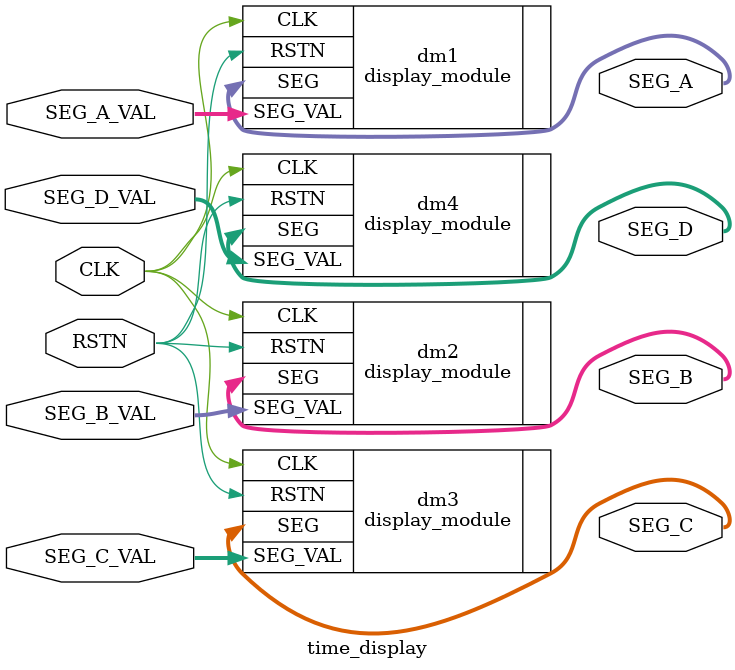
<source format=v>
/*------------------------------------------------------------------------------
--      File Name = time_display.v                                            --
--                                                                            --
--      Design    = 7Segment LED Display Block                                --
--                                                                            --
--      Revision  = 1.0         Date: 2012.03.22                              --
------------------------------------------------------------------------------*/

 module time_display(
// input
CLK,RSTN,
SEG_A_VAL,SEG_B_VAL,SEG_C_VAL,SEG_D_VAL,
// output
SEG_A,SEG_B,SEG_C,SEG_D
);

// ------ input --------------------------------------------
input  CLK , RSTN;
input  [3:0] SEG_A_VAL,SEG_B_VAL,SEG_C_VAL,SEG_D_VAL;
// ------ output -------------------------------------------
output [7:0] SEG_A,SEG_B,SEG_C,SEG_D;
// ------ wire ----------------------------------------------
wire    [7:0] SEG_A,SEG_B,SEG_C,SEG_D;

display_module dm1(
				.CLK(CLK),
				.RSTN(RSTN),
				.SEG_VAL(SEG_A_VAL),
				.SEG(SEG_A)
				);
				
display_module dm2(
				.CLK(CLK),
				.RSTN(RSTN),
				.SEG_VAL(SEG_B_VAL),
				.SEG(SEG_B)
				);

display_module dm3(
				.CLK(CLK),
				.RSTN(RSTN),
				.SEG_VAL(SEG_C_VAL),
				.SEG(SEG_C)
				);

display_module dm4(
				.CLK(CLK),
				.RSTN(RSTN),
				.SEG_VAL(SEG_D_VAL),
				.SEG(SEG_D)
				);

endmodule

</source>
